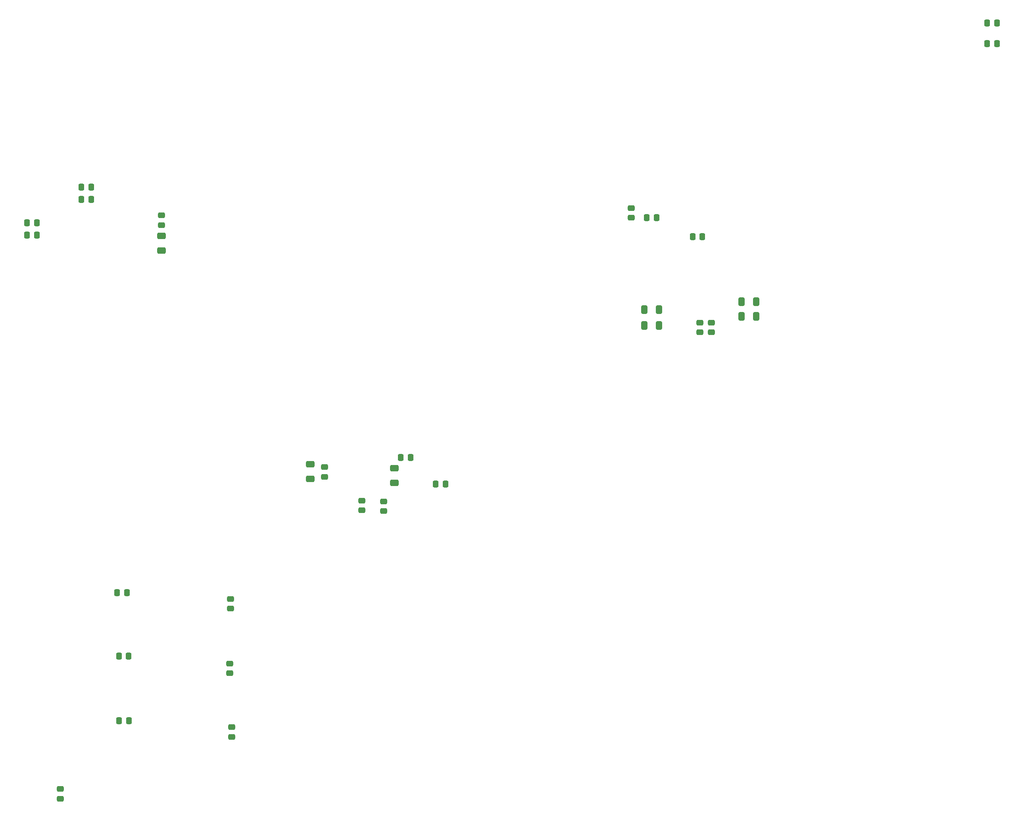
<source format=gbr>
%TF.GenerationSoftware,KiCad,Pcbnew,8.0.5*%
%TF.CreationDate,2024-12-06T02:00:11+01:00*%
%TF.ProjectId,ImpedanceAnalyzer,496d7065-6461-46e6-9365-416e616c797a,rev?*%
%TF.SameCoordinates,Original*%
%TF.FileFunction,Paste,Bot*%
%TF.FilePolarity,Positive*%
%FSLAX46Y46*%
G04 Gerber Fmt 4.6, Leading zero omitted, Abs format (unit mm)*
G04 Created by KiCad (PCBNEW 8.0.5) date 2024-12-06 02:00:11*
%MOMM*%
%LPD*%
G01*
G04 APERTURE LIST*
G04 Aperture macros list*
%AMRoundRect*
0 Rectangle with rounded corners*
0 $1 Rounding radius*
0 $2 $3 $4 $5 $6 $7 $8 $9 X,Y pos of 4 corners*
0 Add a 4 corners polygon primitive as box body*
4,1,4,$2,$3,$4,$5,$6,$7,$8,$9,$2,$3,0*
0 Add four circle primitives for the rounded corners*
1,1,$1+$1,$2,$3*
1,1,$1+$1,$4,$5*
1,1,$1+$1,$6,$7*
1,1,$1+$1,$8,$9*
0 Add four rect primitives between the rounded corners*
20,1,$1+$1,$2,$3,$4,$5,0*
20,1,$1+$1,$4,$5,$6,$7,0*
20,1,$1+$1,$6,$7,$8,$9,0*
20,1,$1+$1,$8,$9,$2,$3,0*%
G04 Aperture macros list end*
%ADD10RoundRect,0.250000X0.412500X0.650000X-0.412500X0.650000X-0.412500X-0.650000X0.412500X-0.650000X0*%
%ADD11RoundRect,0.250000X-0.650000X0.412500X-0.650000X-0.412500X0.650000X-0.412500X0.650000X0.412500X0*%
%ADD12RoundRect,0.250000X-0.412500X-0.650000X0.412500X-0.650000X0.412500X0.650000X-0.412500X0.650000X0*%
%ADD13RoundRect,0.250000X0.337500X0.475000X-0.337500X0.475000X-0.337500X-0.475000X0.337500X-0.475000X0*%
%ADD14RoundRect,0.250000X-0.475000X0.337500X-0.475000X-0.337500X0.475000X-0.337500X0.475000X0.337500X0*%
%ADD15RoundRect,0.250000X-0.337500X-0.475000X0.337500X-0.475000X0.337500X0.475000X-0.337500X0.475000X0*%
%ADD16RoundRect,0.250000X0.475000X-0.337500X0.475000X0.337500X-0.475000X0.337500X-0.475000X-0.337500X0*%
G04 APERTURE END LIST*
D10*
%TO.C,C93*%
X181292500Y-130660000D03*
X178167500Y-130660000D03*
%TD*%
D11*
%TO.C,C3*%
X106930000Y-160297500D03*
X106930000Y-163422500D03*
%TD*%
D12*
%TO.C,C88*%
X198923750Y-128666250D03*
X202048750Y-128666250D03*
%TD*%
D13*
%TO.C,C131*%
X180800000Y-107600000D03*
X178725000Y-107600000D03*
%TD*%
D14*
%TO.C,C179*%
X89930000Y-189022500D03*
X89930000Y-191097500D03*
%TD*%
D15*
%TO.C,C146*%
X251362500Y-66000000D03*
X253437500Y-66000000D03*
%TD*%
D14*
%TO.C,C185*%
X90130000Y-216422500D03*
X90130000Y-218497500D03*
%TD*%
D15*
%TO.C,C48*%
X58062500Y-103700000D03*
X60137500Y-103700000D03*
%TD*%
%TO.C,C184*%
X66092500Y-201260000D03*
X68167500Y-201260000D03*
%TD*%
D11*
%TO.C,C4*%
X124855000Y-161097500D03*
X124855000Y-164222500D03*
%TD*%
D13*
%TO.C,C24*%
X48565000Y-108720000D03*
X46490000Y-108720000D03*
%TD*%
D16*
%TO.C,C10*%
X109930000Y-162935000D03*
X109930000Y-160860000D03*
%TD*%
D11*
%TO.C,C29*%
X75130000Y-111497500D03*
X75130000Y-114622500D03*
%TD*%
D10*
%TO.C,C91*%
X181292500Y-127260000D03*
X178167500Y-127260000D03*
%TD*%
D14*
%TO.C,C183*%
X89730000Y-202822500D03*
X89730000Y-204897500D03*
%TD*%
D13*
%TO.C,C18*%
X60137500Y-101100000D03*
X58062500Y-101100000D03*
%TD*%
D14*
%TO.C,C178*%
X53530000Y-229622500D03*
X53530000Y-231697500D03*
%TD*%
D16*
%TO.C,C89*%
X190086250Y-132103750D03*
X190086250Y-130028750D03*
%TD*%
D12*
%TO.C,C94*%
X198931250Y-125576250D03*
X202056250Y-125576250D03*
%TD*%
D16*
%TO.C,C90*%
X192486250Y-132103750D03*
X192486250Y-130028750D03*
%TD*%
D15*
%TO.C,C180*%
X65692500Y-187660000D03*
X67767500Y-187660000D03*
%TD*%
D13*
%TO.C,C135*%
X253437500Y-70400000D03*
X251362500Y-70400000D03*
%TD*%
D14*
%TO.C,C14*%
X117930000Y-168022500D03*
X117930000Y-170097500D03*
%TD*%
D13*
%TO.C,C143*%
X190567500Y-111660000D03*
X188492500Y-111660000D03*
%TD*%
D14*
%TO.C,C66*%
X122530000Y-168185000D03*
X122530000Y-170260000D03*
%TD*%
D15*
%TO.C,C23*%
X133692500Y-164460000D03*
X135767500Y-164460000D03*
%TD*%
D14*
%TO.C,C136*%
X175400000Y-105562500D03*
X175400000Y-107637500D03*
%TD*%
D15*
%TO.C,C181*%
X66130000Y-215060000D03*
X68205000Y-215060000D03*
%TD*%
D16*
%TO.C,C28*%
X75130000Y-109180000D03*
X75130000Y-107105000D03*
%TD*%
D13*
%TO.C,C25*%
X48565000Y-111320000D03*
X46490000Y-111320000D03*
%TD*%
%TO.C,C12*%
X128292500Y-158860000D03*
X126217500Y-158860000D03*
%TD*%
M02*

</source>
